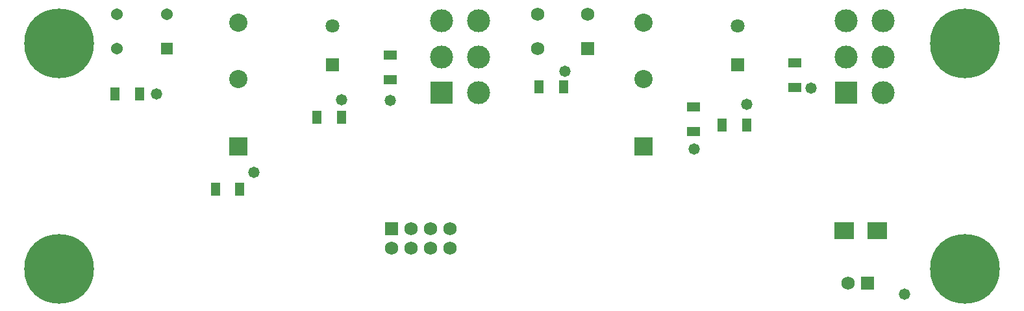
<source format=gts>
G04*
G04 #@! TF.GenerationSoftware,Altium Limited,Altium Designer,20.1.12 (249)*
G04*
G04 Layer_Color=8388736*
%FSLAX25Y25*%
%MOIN*%
G70*
G04*
G04 #@! TF.SameCoordinates,2B819FEC-D567-4356-858B-597537979E9D*
G04*
G04*
G04 #@! TF.FilePolarity,Negative*
G04*
G01*
G75*
%ADD17R,0.09843X0.09055*%
%ADD18R,0.04737X0.06706*%
%ADD19R,0.06706X0.04737*%
%ADD20R,0.09363X0.09363*%
%ADD21C,0.11824*%
%ADD22C,0.06902*%
%ADD23R,0.06902X0.06902*%
%ADD24R,0.06863X0.06863*%
%ADD25R,0.07099X0.07099*%
%ADD26C,0.07099*%
%ADD27C,0.06063*%
%ADD28R,0.06063X0.06063*%
%ADD29C,0.09363*%
%ADD30R,0.11824X0.11824*%
%ADD31C,0.06863*%
%ADD32C,0.35800*%
%ADD33C,0.05800*%
D17*
X542965Y379000D02*
D03*
X526035D02*
D03*
D18*
X203083Y400500D02*
D03*
X369201Y453000D02*
D03*
X381799D02*
D03*
X255201Y437500D02*
D03*
X267799D02*
D03*
X215681Y400500D02*
D03*
X463362Y433500D02*
D03*
X475961D02*
D03*
X151642Y449500D02*
D03*
X164240D02*
D03*
D19*
X293000Y469500D02*
D03*
X500500Y465299D02*
D03*
Y452701D02*
D03*
X448500Y442799D02*
D03*
X293000Y456902D02*
D03*
X448500Y430201D02*
D03*
D20*
X215035Y422614D02*
D03*
X422941D02*
D03*
D21*
X319087Y468579D02*
D03*
X526992D02*
D03*
X338102Y487083D02*
D03*
Y468579D02*
D03*
Y450075D02*
D03*
X319087Y487083D02*
D03*
X546008D02*
D03*
Y468579D02*
D03*
Y450075D02*
D03*
X526992Y487083D02*
D03*
D22*
X528000Y352000D02*
D03*
X303500Y380000D02*
D03*
X313500D02*
D03*
X323500D02*
D03*
X293500Y370000D02*
D03*
X303500D02*
D03*
X313500D02*
D03*
X323500D02*
D03*
D23*
X538000Y352000D02*
D03*
X293500Y380000D02*
D03*
D24*
X394201Y472831D02*
D03*
D25*
X263232Y464465D02*
D03*
X471138D02*
D03*
D26*
X263232Y484465D02*
D03*
X471138D02*
D03*
D27*
X152705Y490547D02*
D03*
X178295D02*
D03*
X152705Y472831D02*
D03*
D28*
X178295D02*
D03*
D29*
X215035Y486000D02*
D03*
Y457260D02*
D03*
X422941Y486000D02*
D03*
Y457260D02*
D03*
D30*
X319087Y450075D02*
D03*
X526992D02*
D03*
D31*
X368610Y490547D02*
D03*
X394201D02*
D03*
X368610Y472831D02*
D03*
D32*
X123000Y475500D02*
D03*
Y359500D02*
D03*
X588000Y475500D02*
D03*
Y359500D02*
D03*
D33*
X449000Y421000D02*
D03*
X382500Y461000D02*
D03*
X557000Y346500D02*
D03*
X173000Y449500D02*
D03*
X223000Y409000D02*
D03*
X268000Y446500D02*
D03*
X509000Y452500D02*
D03*
X293000Y446201D02*
D03*
X476000Y444000D02*
D03*
M02*

</source>
